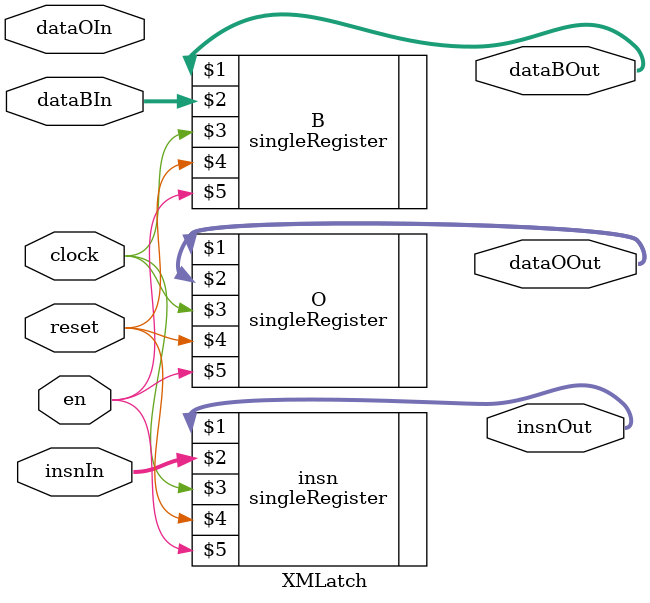
<source format=v>
module XMLatch(insnOut,dataOOut,dataBOut,insnIn,dataOIn,dataBIn,clock,reset,en);
    input[31:0] insnIn,dataOIn,dataBIn;
    input clock,reset,en;

    output[31:0] insnOut,dataOOut,dataBOut;
    
    //singleRegister insn(insnOut,insnIn,clock,reset,en);
    singleRegister O(dataOOut,dataOOut,clock,reset,en);
    singleRegister insn(insnOut,insnIn,clock,reset,en);
    singleRegister B(dataBOut,dataBIn,clock,reset,en);

    //DFFE Need for exception
endmodule
</source>
